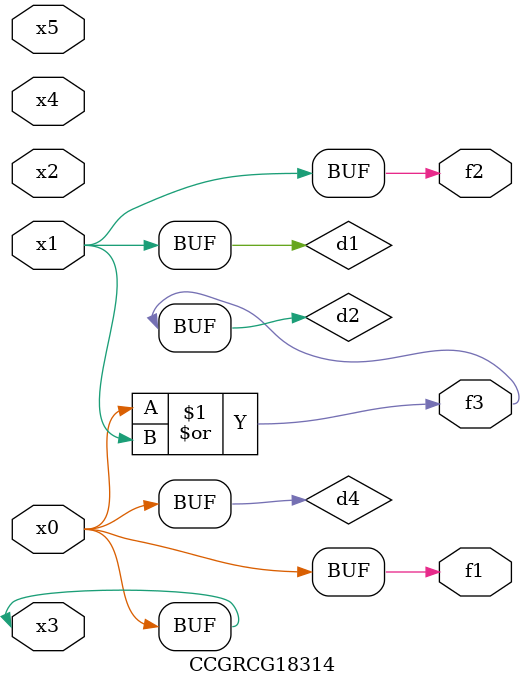
<source format=v>
module CCGRCG18314(
	input x0, x1, x2, x3, x4, x5,
	output f1, f2, f3
);

	wire d1, d2, d3, d4;

	and (d1, x1);
	or (d2, x0, x1);
	nand (d3, x0, x5);
	buf (d4, x0, x3);
	assign f1 = d4;
	assign f2 = d1;
	assign f3 = d2;
endmodule

</source>
